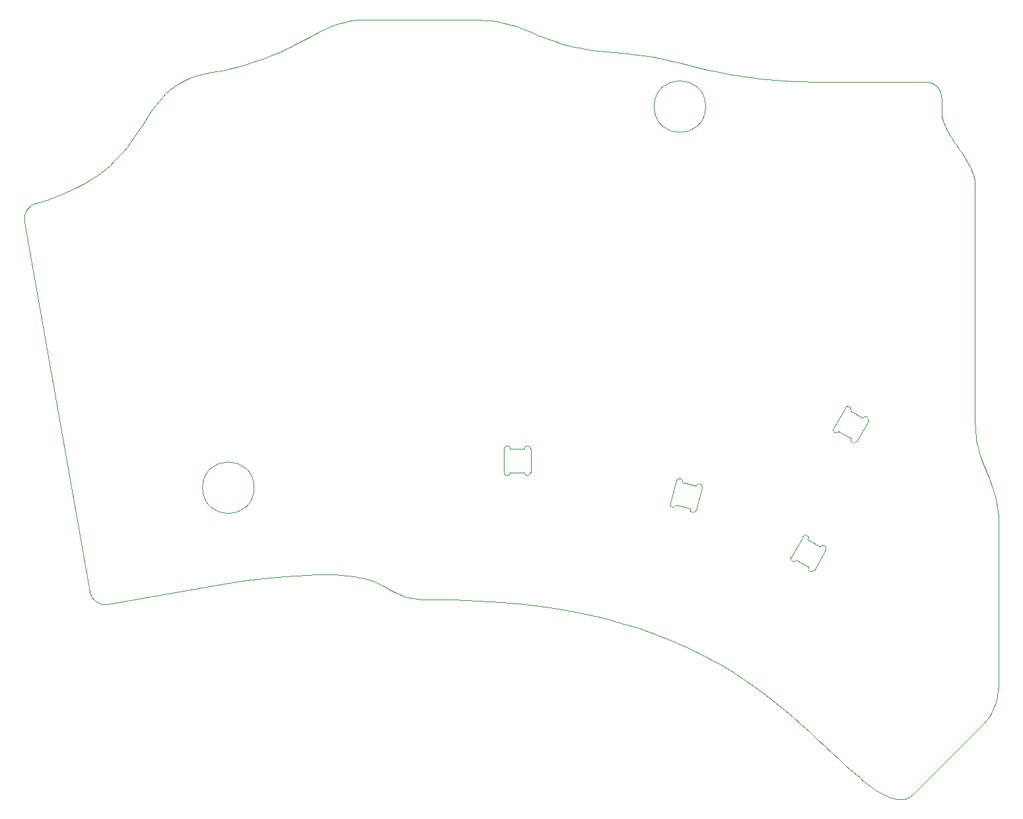
<source format=gm1>
%TF.GenerationSoftware,KiCad,Pcbnew,(7.0.0-0)*%
%TF.CreationDate,2023-02-16T00:42:25+04:00*%
%TF.ProjectId,hillside46,68696c6c-7369-4646-9534-362e6b696361,0.1.0*%
%TF.SameCoordinates,Original*%
%TF.FileFunction,Profile,NP*%
%FSLAX46Y46*%
G04 Gerber Fmt 4.6, Leading zero omitted, Abs format (unit mm)*
G04 Created by KiCad (PCBNEW (7.0.0-0)) date 2023-02-16 00:42:25*
%MOMM*%
%LPD*%
G01*
G04 APERTURE LIST*
%TA.AperFunction,Profile*%
%ADD10C,0.050000*%
%TD*%
%ADD11C,0.050000*%
%TA.AperFunction,Profile*%
%ADD12C,0.120000*%
%TD*%
G04 APERTURE END LIST*
D10*
X148412566Y-37443115D02*
X135293502Y-37443124D01*
X214509983Y-127476977D02*
X205228743Y-136761103D01*
X209033486Y-47443116D02*
G75*
G03*
X207033510Y-45443114I-1999886J116D01*
G01*
X216358829Y-121233863D02*
X216358834Y-102910105D01*
X213283511Y-88453121D02*
X213283505Y-58738648D01*
D11*
X167962564Y-41729008D02*
X166903130Y-41652815D01*
X165911312Y-41560969D01*
X164983243Y-41454663D01*
X164115054Y-41335090D01*
X163302877Y-41203442D01*
X162542843Y-41060912D01*
X161831086Y-40908694D01*
X161163736Y-40747978D01*
X160536925Y-40579960D01*
X159946786Y-40405830D01*
X159389451Y-40226783D01*
X158861050Y-40044010D01*
X158357717Y-39858705D01*
X157875583Y-39672060D01*
X157410779Y-39485268D01*
X156959439Y-39299522D01*
X156517693Y-39116014D01*
X156081674Y-38935938D01*
X155647513Y-38760486D01*
X155211343Y-38590851D01*
X154769295Y-38428225D01*
X154317502Y-38273802D01*
X153852094Y-38128774D01*
X153369205Y-37994334D01*
X152864965Y-37871675D01*
X152335507Y-37761990D01*
X151776963Y-37666470D01*
X151185465Y-37586310D01*
X150557144Y-37522701D01*
X149888133Y-37476838D01*
X149174562Y-37449911D01*
X148412566Y-37443115D01*
X214509983Y-127476977D02*
X214664271Y-127321445D01*
X214809772Y-127159577D01*
X214946741Y-126991749D01*
X215075434Y-126818342D01*
X215196107Y-126639732D01*
X215309018Y-126456299D01*
X215414420Y-126268422D01*
X215512572Y-126076477D01*
X215603729Y-125880845D01*
X215688147Y-125681903D01*
X215766082Y-125480030D01*
X215837791Y-125275604D01*
X215903529Y-125069005D01*
X215963553Y-124860609D01*
X216018118Y-124650796D01*
X216067482Y-124439945D01*
X216111900Y-124228432D01*
X216151628Y-124016639D01*
X216186922Y-123804941D01*
X216218039Y-123593719D01*
X216245234Y-123383350D01*
X216268764Y-123174213D01*
X216288885Y-122966687D01*
X216305853Y-122761149D01*
X216319925Y-122557979D01*
X216331355Y-122357554D01*
X216340402Y-122160254D01*
X216347319Y-121966457D01*
X216352365Y-121776540D01*
X216355794Y-121590883D01*
X216357863Y-121409865D01*
X216358829Y-121233863D01*
X114262564Y-44429009D02*
X113407830Y-44677286D01*
X112625944Y-44964459D01*
X111910863Y-45288367D01*
X111256544Y-45646851D01*
X110656942Y-46037752D01*
X110106015Y-46458910D01*
X109597720Y-46908166D01*
X109126011Y-47383361D01*
X108684847Y-47882334D01*
X108268184Y-48402928D01*
X107869978Y-48942982D01*
X107484186Y-49500338D01*
X107104765Y-50072835D01*
X106725670Y-50658314D01*
X106340859Y-51254616D01*
X105944288Y-51859583D01*
X105529914Y-52471053D01*
X105091694Y-53086868D01*
X104623583Y-53704869D01*
X104119538Y-54322896D01*
X103573517Y-54938789D01*
X102979475Y-55550391D01*
X102331369Y-56155540D01*
X101623156Y-56752078D01*
X100848792Y-57337845D01*
X100002235Y-57910682D01*
X99077439Y-58468430D01*
X98068362Y-59008929D01*
X96968961Y-59530020D01*
X95773192Y-60029543D01*
X94475012Y-60505339D01*
X93068377Y-60955250D01*
X193833500Y-45443122D02*
X192478154Y-45421576D01*
X191188982Y-45383704D01*
X189962895Y-45330529D01*
X188796804Y-45263073D01*
X187687620Y-45182360D01*
X186632253Y-45089411D01*
X185627615Y-44985251D01*
X184670615Y-44870901D01*
X183758166Y-44747385D01*
X182887178Y-44615725D01*
X182054561Y-44476944D01*
X181257226Y-44332065D01*
X180492086Y-44182111D01*
X179756049Y-44028105D01*
X179046027Y-43871068D01*
X178358931Y-43712025D01*
X177691672Y-43551998D01*
X177041161Y-43392009D01*
X176404307Y-43233082D01*
X175778024Y-43076240D01*
X175159220Y-42922504D01*
X174544807Y-42772899D01*
X173931696Y-42628446D01*
X173316797Y-42490169D01*
X172697022Y-42359090D01*
X172069281Y-42236232D01*
X171430486Y-42122618D01*
X170777546Y-42019272D01*
X170107373Y-41927214D01*
X169416878Y-41847469D01*
X168702971Y-41781059D01*
X167962564Y-41729008D01*
X198548504Y-134523120D02*
X197671296Y-133796978D01*
X196786337Y-133028176D01*
X195888879Y-132221068D01*
X194974179Y-131380005D01*
X194037490Y-130509343D01*
X193074068Y-129613434D01*
X192079167Y-128696632D01*
X191048043Y-127763289D01*
X189975950Y-126817761D01*
X188858142Y-125864399D01*
X187689875Y-124907558D01*
X186466404Y-123951590D01*
X185182983Y-123000850D01*
X183834867Y-122059691D01*
X182417312Y-121132465D01*
X180925571Y-120223527D01*
X179354899Y-119337230D01*
X177700552Y-118477928D01*
X175957785Y-117649973D01*
X174121851Y-116857719D01*
X172188006Y-116105520D01*
X170151505Y-115397729D01*
X168007602Y-114738700D01*
X165751553Y-114132785D01*
X163378612Y-113584339D01*
X160884034Y-113097714D01*
X158263073Y-112677265D01*
X155510985Y-112327344D01*
X152623025Y-112052305D01*
X149594447Y-111856501D01*
X146420506Y-111744287D01*
X143096457Y-111720015D01*
X213283505Y-58738648D02*
X213271313Y-58391655D01*
X213235776Y-58052632D01*
X213178449Y-57721077D01*
X213100889Y-57396489D01*
X213004652Y-57078368D01*
X212891294Y-56766212D01*
X212762373Y-56459520D01*
X212619444Y-56157792D01*
X212464064Y-55860527D01*
X212297789Y-55567224D01*
X212122176Y-55277382D01*
X211938781Y-54990500D01*
X211749160Y-54706078D01*
X211554870Y-54423614D01*
X211357467Y-54142607D01*
X211158508Y-53862556D01*
X210959548Y-53582962D01*
X210762146Y-53303322D01*
X210567856Y-53023136D01*
X210378235Y-52741903D01*
X210194839Y-52459122D01*
X210019226Y-52174293D01*
X209852951Y-51886914D01*
X209697571Y-51596484D01*
X209554642Y-51302503D01*
X209425721Y-51004469D01*
X209312363Y-50701882D01*
X209216126Y-50394242D01*
X209138566Y-50081046D01*
X209081239Y-49761794D01*
X209045701Y-49435986D01*
X209033510Y-49103120D01*
D10*
X117114478Y-109708354D02*
X102130728Y-112350397D01*
X99813795Y-110728082D02*
G75*
G03*
X102130728Y-112350397I1969605J347282D01*
G01*
X209033499Y-47443116D02*
X209033510Y-49103120D01*
D11*
X143096457Y-111720015D02*
X142414341Y-111704939D01*
X141800978Y-111659648D01*
X141248654Y-111586853D01*
X140749656Y-111489268D01*
X140296273Y-111369607D01*
X139880790Y-111230584D01*
X139495496Y-111074910D01*
X139132677Y-110905300D01*
X138784621Y-110724466D01*
X138443614Y-110535123D01*
X138101945Y-110339984D01*
X137751901Y-110141761D01*
X137385768Y-109943168D01*
X136995834Y-109746919D01*
X136574386Y-109555727D01*
X136113711Y-109372305D01*
X135606097Y-109199366D01*
X135043831Y-109039624D01*
X134419200Y-108895792D01*
X133724491Y-108770583D01*
X132951992Y-108666711D01*
X132093990Y-108586890D01*
X131142771Y-108533831D01*
X130090624Y-108510249D01*
X128929835Y-108518857D01*
X127652692Y-108562369D01*
X126251482Y-108643497D01*
X124718492Y-108764955D01*
X123046009Y-108929457D01*
X121226321Y-109139715D01*
X119251715Y-109398442D01*
X117114478Y-109708354D01*
X216358834Y-102910105D02*
X216350011Y-102231509D01*
X216324295Y-101594019D01*
X216282812Y-100994986D01*
X216226689Y-100431763D01*
X216157050Y-99901704D01*
X216075024Y-99402161D01*
X215981735Y-98930486D01*
X215878311Y-98484034D01*
X215765877Y-98060156D01*
X215645559Y-97656206D01*
X215518484Y-97269536D01*
X215385778Y-96897499D01*
X215248567Y-96537449D01*
X215107978Y-96186737D01*
X214965136Y-95842717D01*
X214821168Y-95502741D01*
X214677200Y-95164163D01*
X214534359Y-94824335D01*
X214393769Y-94480611D01*
X214256559Y-94130342D01*
X214123853Y-93770882D01*
X213996778Y-93399584D01*
X213876461Y-93013800D01*
X213764027Y-92610884D01*
X213660603Y-92188188D01*
X213567315Y-91743065D01*
X213485290Y-91272868D01*
X213415652Y-90774950D01*
X213359529Y-90246663D01*
X213318047Y-89685360D01*
X213292332Y-89088395D01*
X213283511Y-88453121D01*
X135293502Y-37443124D02*
X134650760Y-37464121D01*
X134043121Y-37510189D01*
X133466982Y-37580092D01*
X132918738Y-37672596D01*
X132394786Y-37786468D01*
X131891523Y-37920473D01*
X131405344Y-38073378D01*
X130932645Y-38243949D01*
X130469825Y-38430951D01*
X130013277Y-38633151D01*
X129559400Y-38849315D01*
X129104588Y-39078208D01*
X128645239Y-39318598D01*
X128177749Y-39569249D01*
X127698513Y-39828927D01*
X127203930Y-40096400D01*
X126690393Y-40370433D01*
X126154301Y-40649791D01*
X125592049Y-40933242D01*
X125000034Y-41219550D01*
X124374652Y-41507482D01*
X123712299Y-41795805D01*
X123009371Y-42083283D01*
X122262265Y-42368684D01*
X121467378Y-42650773D01*
X120621105Y-42928316D01*
X119719842Y-43200079D01*
X118759987Y-43464828D01*
X117737935Y-43721330D01*
X116650083Y-43968350D01*
X115492827Y-44204654D01*
X114262564Y-44429009D01*
D10*
X120882548Y-97406397D02*
G75*
G03*
X120882548Y-97406397I-3301995J0D01*
G01*
X99813816Y-110728078D02*
X91471211Y-63414814D01*
X207033510Y-45443114D02*
X193833500Y-45443122D01*
X93068367Y-60955201D02*
G75*
G03*
X91471211Y-63414814I390133J-2001699D01*
G01*
X178770491Y-48586567D02*
G75*
G03*
X178770491Y-48586567I-3301997J0D01*
G01*
D11*
X205228743Y-136761103D02*
X205061833Y-136904997D01*
X204885064Y-137025680D01*
X204699153Y-137124095D01*
X204504815Y-137201181D01*
X204302765Y-137257881D01*
X204093720Y-137295136D01*
X203878396Y-137313888D01*
X203657509Y-137315079D01*
X203431774Y-137299649D01*
X203201907Y-137268540D01*
X202968625Y-137222695D01*
X202732642Y-137163053D01*
X202494676Y-137090558D01*
X202255442Y-137006150D01*
X202015655Y-136910772D01*
X201776033Y-136805364D01*
X201537289Y-136690868D01*
X201300142Y-136568225D01*
X201065306Y-136438378D01*
X200833497Y-136302267D01*
X200605431Y-136160835D01*
X200381824Y-136015022D01*
X200163392Y-135865771D01*
X199950852Y-135714022D01*
X199744917Y-135560718D01*
X199546306Y-135406800D01*
X199355733Y-135253209D01*
X199173915Y-135100887D01*
X199001567Y-134950776D01*
X198839405Y-134803816D01*
X198688145Y-134660950D01*
X198548504Y-134523120D01*
D12*
%TO.C,D3*%
X174267852Y-99408145D02*
X175044309Y-96510368D01*
X175817049Y-96717423D02*
X177555716Y-97183297D01*
X176779259Y-100081075D02*
X175040592Y-99615201D01*
X178328456Y-97390353D02*
X177551999Y-100288130D01*
X175817048Y-96717423D02*
G75*
G03*
X175044310Y-96510368I-386369J103527D01*
G01*
X174267853Y-99408145D02*
G75*
G03*
X175040591Y-99615201I386369J-103528D01*
G01*
X178328455Y-97390353D02*
G75*
G03*
X177555717Y-97183297I-386369J103528D01*
G01*
X176779260Y-100081075D02*
G75*
G03*
X177551998Y-100288130I386369J-103527D01*
G01*
%TO.C,D2*%
X189728435Y-106271032D02*
X191228435Y-103672956D01*
X191921255Y-104072956D02*
X193480101Y-104972956D01*
X191980101Y-107571032D02*
X190421255Y-106671032D01*
X194172921Y-105372956D02*
X192672921Y-107971032D01*
X191921254Y-104072956D02*
G75*
G03*
X191228436Y-103672956I-346409J200000D01*
G01*
X189728436Y-106271032D02*
G75*
G03*
X190421254Y-106671032I346409J-200000D01*
G01*
X194172920Y-105372956D02*
G75*
G03*
X193480102Y-104972956I-346409J200000D01*
G01*
X191980102Y-107571032D02*
G75*
G03*
X192672920Y-107971032I346409J-200000D01*
G01*
%TO.C,D4*%
X152940842Y-95459037D02*
X152940842Y-92459037D01*
X153740842Y-92459037D02*
X155540842Y-92459037D01*
X155540842Y-95459037D02*
X153740842Y-95459037D01*
X156340842Y-92459037D02*
X156340842Y-95459037D01*
X153740842Y-92459037D02*
G75*
G03*
X152940842Y-92459037I-400000J0D01*
G01*
X152940842Y-95459037D02*
G75*
G03*
X153740842Y-95459037I400000J0D01*
G01*
X156340842Y-92459037D02*
G75*
G03*
X155540842Y-92459037I-400000J0D01*
G01*
X155540842Y-95459037D02*
G75*
G03*
X156340842Y-95459037I400000J0D01*
G01*
%TO.C,D1*%
X195162716Y-89784548D02*
X196662716Y-87186472D01*
X197355536Y-87586472D02*
X198914382Y-88486472D01*
X197414382Y-91084548D02*
X195855536Y-90184548D01*
X199607202Y-88886472D02*
X198107202Y-91484548D01*
X197355535Y-87586472D02*
G75*
G03*
X196662717Y-87186472I-346409J200000D01*
G01*
X195162717Y-89784548D02*
G75*
G03*
X195855535Y-90184548I346409J-200000D01*
G01*
X199607201Y-88886472D02*
G75*
G03*
X198914383Y-88486472I-346409J200000D01*
G01*
X197414383Y-91084548D02*
G75*
G03*
X198107201Y-91484548I346409J-200000D01*
G01*
%TD*%
M02*

</source>
